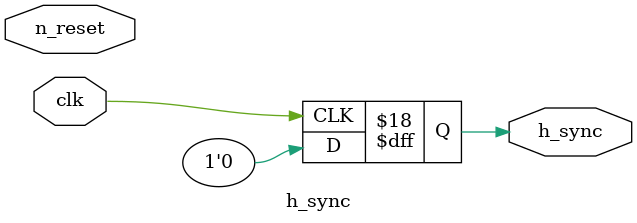
<source format=sv>
`timescale 1ns / 1ps


module h_sync (
    input clk,
    input n_reset,
    output reg h_sync
);
    logic [15:0] counter;

    always@(posedge clk)
      if(!n_reset) counter <= 0;
      else begin
        if(counter == 519) counter <= 0;
        else counter <= counter + 1;
      end

    always @ (posedge clk) begin
      if(counter < 427) h_sync <= 0;
      else begin
        if(counter > 487) h_sync <= 0;
        else h_sync <= 0;
      end
    end
endmodule
</source>
